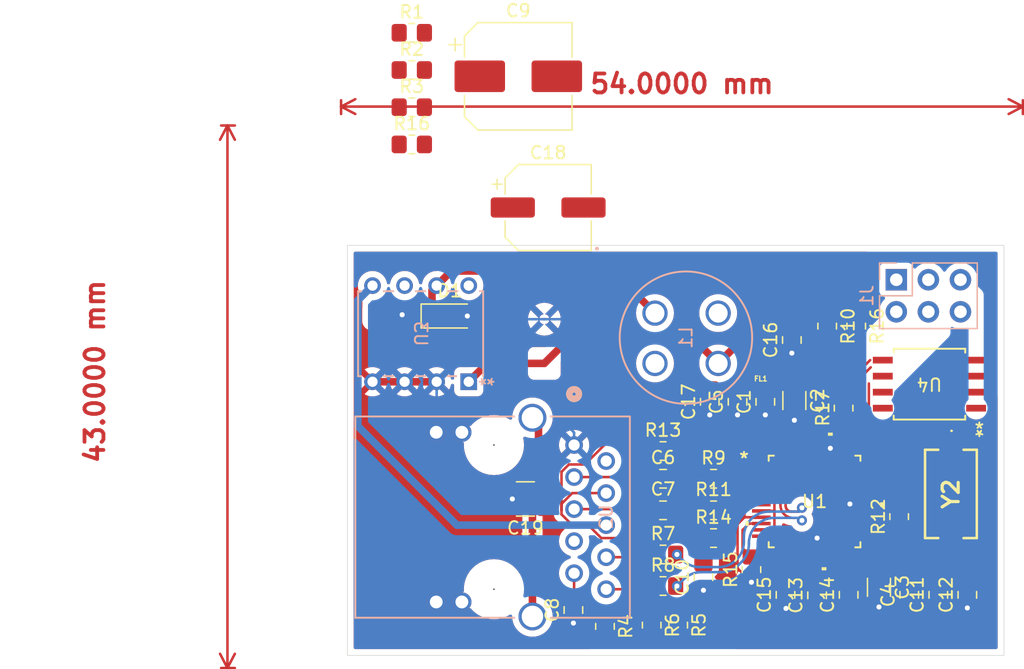
<source format=kicad_pcb>
(kicad_pcb (version 20240108) (generator "pcbnew") (generator_version "8.0")
  (layers (0 "F.Cu" signal) (31 "B.Cu" signal) (34 "B.Paste" user) (35 "F.Paste" user) (36 "B.SilkS" user "B.Silkscreen") (37 "F.SilkS" user "F.Silkscreen") (38 "B.Mask" user) (39 "F.Mask" user) (44 "Edge.Cuts" user))
  (property "PAGESETUP" "Record=PageOptions¦CenterHorizontal=True¦CenterVertical=True¦PrintScale=0.97¦XCorrection=1.00¦YCorrection=1.00¦PrintKind=1¦BorderSize=5000000¦LeftOffset=0¦BottomOffset=0¦Orientation=2¦PaperLength=1000¦PaperWidth=1000¦Scale=100¦PaperSource=7¦PrintQuality=-3¦MediaType=1¦DitherType=10¦PrintScaleMode=1¦PaperKind=A4¦PaperIndex=9")
  (net 0 "")
  (net 1 "3.3V_D")
  (net 2 "/SCSn")
  (net 3 "/INTn")
  (net 4 "/RSTn")
  (net 5 "GND")
  (net 6 "Net-(U1-EXRES1)")
  (net 7 "Net-(U2-RCT)")
  (net 8 "Net-(C7-Pad2)")
  (net 9 "Net-(C6-Pad2)")
  (net 10 "/XO")
  (net 11 "/XI")
  (net 12 "Net-(U1-RXP)")
  (net 13 "Net-(U1-RXN)")
  (net 14 "Net-(U1-TXP)")
  (net 15 "Net-(U2-TD+)")
  (net 16 "Net-(U2-TD-)")
  (net 17 "Net-(U1-TXN)")
  (net 18 "3.3V_A")
  (net 19 "Net-(U2-TCT)")
  (net 20 "Net-(D1-K)")
  (net 23 "Net-(U2-VC2+)")
  (net 25 "Net-(U2-RD+)")
  (net 27 "Net-(U2-RD-)")
  (net 28 "/ACT_LED")
  (net 29 "Net-(U1-1V2O)")
  (net 34 "/LINK_LED")
  (net 35 "Net-(U1-TOCAP)")
  (net 37 "/MOSI")
  (net 38 "/MISO")
  (net 40 "/SCLK")
  (net 43 "Net-(J1-Pin_6)")
  (net 44 "Net-(J1-Pin_2)")
  (net 45 "Net-(J1-Pin_5)")
  (net 46 "Net-(C19-Pad1)")
  (net 49 "Net-(U2-Y_K)")
  (net 50 "Net-(U2-G_K)")
  (footprint "Capacitor_SMD:C_0805_2012Metric_Pad1.18x1.45mm_HandSolder" (layer "F.Cu") (at 144.2 98.7 90)
    (property "Reference" "C15")
    (property "Value" "0.1uF")
  )
  (footprint "Capacitor_SMD:C_0805_2012Metric_Pad1.18x1.45mm_HandSolder" (layer "F.Cu") (at 142.6 83.4 90)
    (property "Reference" "C1")
    (property "Value" "0.1uF")
  )
  (footprint "Resistor_SMD:R_0805_2012Metric_Pad1.20x1.40mm_HandSolder" (layer "F.Cu") (at 135.7 101.1 -90)
    (property "Reference" "R5")
    (property "Value" "49R9")
  )
  (footprint "Resistor_SMD:R_0805_2012Metric_Pad1.20x1.40mm_HandSolder" (layer "F.Cu") (at 138.5 94.2)
    (property "Reference" "R14")
    (property "Value" "49R9")
  )
  (footprint "Capacitor_SMD:C_1206_3216Metric_Pad1.33x1.80mm_HandSolder" (layer "F.Cu") (at 144.9 83.3 -90)
    (property "Reference" "C2")
    (property "Value" "10uF/16V")
  )
  (footprint "Capacitor_SMD:CP_Elec_6.3x5.4" (layer "F.Cu") (at 125.4 68)
    (property "Reference" "C18")
    (property "Value" "22uF")
  )
  (footprint "Diode_SMD:Nexperia_CFP3_SOD-123W" (layer "F.Cu") (at 117.6 76.6)
    (property "Reference" "D1")
    (property "Value" "D_Schottky")
  )
  (footprint "Resistor_SMD:R_0805_2012Metric_Pad1.20x1.40mm_HandSolder" (layer "F.Cu") (at 114.6 60.05)
    (property "Reference" "R3")
    (property "Value" "330")
  )
  (footprint "Resistor_SMD:R_0805_2012Metric_Pad1.20x1.40mm_HandSolder" (layer "F.Cu") (at 138.5 92)
    (property "Reference" "R11")
    (property "Value" "3.3R")
  )
  (footprint "Capacitor_SMD:C_1210_3225Metric_Pad1.33x2.70mm_HandSolder" (layer "F.Cu") (at 123.6 91.1 180)
    (property "Reference" "C19")
    (property "Value" "1nF")
  )
  (footprint "Capacitor_SMD:C_0805_2012Metric_Pad1.18x1.45mm_HandSolder" (layer "F.Cu") (at 158.6 98.7 90)
    (property "Reference" "C12")
    (property "Value" "18pF")
  )
  (footprint "Capacitor_SMD:C_0805_2012Metric_Pad1.18x1.45mm_HandSolder" (layer "F.Cu") (at 127.4 99.9 90)
    (property "Reference" "C8")
    (property "Value" "22nF")
  )
  (footprint "Resistor_SMD:R_0805_2012Metric_Pad1.20x1.40mm_HandSolder" (layer "F.Cu") (at 114.6 54.15)
    (property "Reference" "R1")
    (property "Value" "4.7K")
  )
  (footprint "Resistor_SMD:R_0805_2012Metric_Pad1.20x1.40mm_HandSolder" (layer "F.Cu") (at 153.2 92.5 90)
    (property "Reference" "R12")
    (property "Value" "1M")
  )
  (footprint "Capacitor_SMD:C_0805_2012Metric_Pad1.18x1.45mm_HandSolder" (layer "F.Cu") (at 137.7 97.3 90)
    (property "Reference" "C10")
    (property "Value" "10nF")
  )
  (footprint "Resistor_SMD:R_0805_2012Metric_Pad1.20x1.40mm_HandSolder" (layer "F.Cu") (at 114.6 57.1)
    (property "Reference" "R2")
    (property "Value" "330")
  )
  (footprint "Capacitor_SMD:C_0805_2012Metric_Pad1.18x1.45mm_HandSolder" (layer "F.Cu") (at 144.7 78.5 90)
    (property "Reference" "C16")
    (property "Value" "0.1uF")
  )
  (footprint "Capacitor_SMD:C_0805_2012Metric_Pad1.18x1.45mm_HandSolder" (layer "F.Cu") (at 134.5 92)
    (property "Reference" "C7")
    (property "Value" "6.8nF")
  )
  (footprint "Capacitor_SMD:C_0805_2012Metric_Pad1.18x1.45mm_HandSolder" (layer "F.Cu") (at 134.5 89.5)
    (property "Reference" "C6")
    (property "Value" "6.8nF")
  )
  (footprint "Imported:ABLS7M225000MHZD2YT" (layer "F.Cu") (at 157.3 90.7 -90)
    (property "Reference" "Y2")
    (property "Value" "ABLS7M2-25.000MHZ-D-2Y-T" (hide yes))
  )
  (footprint "Resistor_SMD:R_0805_2012Metric_Pad1.20x1.40mm_HandSolder" (layer "F.Cu") (at 134.5 98)
    (property "Reference" "R8")
    (property "Value" "3.3R")
  )
  (footprint "Imported:48LQFP_W5500_WIZ" (layer "F.Cu") (at 146.5 91.3)
    (property "Reference" "U1")
    (property "Value" "W5500")
  )
  (footprint "Resistor_SMD:R_0805_2012Metric_Pad1.20x1.40mm_HandSolder" (layer "F.Cu") (at 148.8 83.9 90)
    (property "Reference" "R17")
    (property "Value" "4.7K")
  )
  (footprint "Capacitor_SMD:C_0805_2012Metric_Pad1.18x1.45mm_HandSolder" (layer "F.Cu") (at 138.2 83.4 90)
    (property "Reference" "C17")
    (property "Value" "0.1uF")
  )
  (footprint "Capacitor_SMD:C_1206_3216Metric_Pad1.33x1.80mm_HandSolder" (layer "F.Cu") (at 151.6 98.1 -90)
    (property "Reference" "C3")
    (property "Value" "10uF/16V")
  )
  (footprint "Resistor_SMD:R_0805_2012Metric_Pad1.20x1.40mm_HandSolder" (layer "F.Cu") (at 134.5 95.5)
    (property "Reference" "R7")
    (property "Value" "3.3R")
  )
  (footprint "Capacitor_SMD:C_0805_2012Metric_Pad1.18x1.45mm_HandSolder" (layer "F.Cu") (at 154 98.7 90)
    (property "Reference" "C4")
    (property "Value" "0.1uF")
  )
  (footprint "Resistor_SMD:R_0805_2012Metric_Pad1.20x1.40mm_HandSolder" (layer "F.Cu") (at 141.5 96.7 90)
    (property "Reference" "R15")
    (property "Value" "12.4K")
  )
  (footprint "Capacitor_SMD:C_0805_2012Metric_Pad1.18x1.45mm_HandSolder" (layer "F.Cu") (at 140.4 83.4 90)
    (property "Reference" "C5")
    (property "Value" "1uF")
  )
  (footprint "Capacitor_SMD:C_0805_2012Metric_Pad1.18x1.45mm_HandSolder" (layer "F.Cu") (at 146.7 98.7375 90)
    (property "Reference" "C13")
    (property "Value" "4.7uF")
  )
  (footprint "Imported:8S2_ATM" (layer "F.Cu") (at 155.6 82 180)
    (property "Reference" "U4")
    (property "Value" "ATTINY85-20SU")
  )
  (footprint "Resistor_SMD:R_0805_2012Metric_Pad1.20x1.40mm_HandSolder" (layer "F.Cu") (at 138.5 89.5)
    (property "Reference" "R9")
    (property "Value" "3.3R")
  )
  (footprint "Capacitor_SMD:C_0805_2012Metric_Pad1.18x1.45mm_HandSolder" (layer "F.Cu") (at 156.3 98.7 90)
    (property "Reference" "C11")
    (property "Value" "18pF")
  )
  (footprint "Resistor_SMD:R_0805_2012Metric_Pad1.20x1.40mm_HandSolder" (layer "F.Cu") (at 129.9 101.2 -90)
    (property "Reference" "R4")
    (property "Value" "10R")
  )
  (footprint "Imported:BEADC1608X95N" (layer "F.Cu") (at 142 80.5 180)
    (property "Reference" "FL1")
    (property "Value" "BLM18PG121SH1D")
  )
  (footprint "Resistor_SMD:R_0805_2012Metric_Pad1.20x1.40mm_HandSolder" (layer "F.Cu") (at 147.5 77.4 -90)
    (property "Reference" "R10")
    (property "Value" "4.7K")
  )
  (footprint "Resistor_SMD:R_0805_2012Metric_Pad1.20x1.40mm_HandSolder" (layer "F.Cu") (at 133.6 101.1 -90)
    (property "Reference" "R6")
    (property "Value" "49R9")
  )
  (footprint "Capacitor_SMD:C_0805_2012Metric_Pad1.18x1.45mm_HandSolder" (layer "F.Cu") (at 149.2 98.7 90)
    (property "Reference" "C14")
    (property "Value" "10nF")
  )
  (footprint "Capacitor_SMD:CP_Elec_8x6.2" (layer "F.Cu") (at 123.035 57.6)
    (property "Reference" "C9")
    (property "Value" "220uF")
  )
  (footprint "Resistor_SMD:R_0805_2012Metric_Pad1.20x1.40mm_HandSolder" (layer "F.Cu") (at 134.5 87.3)
    (property "Reference" "R13")
    (property "Value" "49R9")
  )
  (footprint "Resistor_SMD:R_0805_2012Metric_Pad1.20x1.40mm_HandSolder" (layer "F.Cu") (at 114.6 63)
    (property "Reference" "R16")
    (property "Value" "4.7K")
  )
  (footprint "Resistor_SMD:R_0805_2012Metric_Pad1.20x1.40mm_HandSolder" (layer "F.Cu") (at 149.8 77.4 -90)
    (property "Reference" "R16")
    (property "Value" "4.7K")
  )
  (footprint "Imported:IND_MURATA_1200LRS_MUR" (layer "B.Cu") (at 139.133101 81.133101 -90)
    (property "Reference" "L1")
    (property "Value" "12LRS334C")
  )
  (footprint "Imported:ARJM11C7-114-BA-EW2_ABR-fixed" (layer "B.Cu") (at 127.455799 86.824251 -90)
    (property "Reference" "U2")
    (property "Value" "ARJM11C7-114-BA-EW2")
  )
  (footprint "Connector_PinHeader_2.54mm:PinHeader_2x03_P2.54mm_Vertical" (layer "B.Cu") (at 152.975 73.725 -90)
    (property "Reference" "J1")
    (property "Value" "Conn_02x03_Odd_Even")
  )
  (footprint "Imported:PDIP-8_MCL" (layer "B.Cu") (at 119.11 81.81 90)
    (property "Reference" "U3")
    (property "Value" "LM2574-3.3YN")
  )
  (gr_rect (start 109.5 71) (end 161.5 103.5) (stroke (width 0.05)) (fill none) (layer "Edge.Cuts"))
  (dimension (type aligned) (layer "F.Cu") (pts (xy 109 59) (xy 163 59)) (height 1) (gr_text "54.0000 mm" (at 136 58.2 0) (layer "F.Cu") (effects (font (size 1.5 1.5) (thickness 0.3)))) (format (prefix "") (suffix "") (units 3) (units_format 1) (precision 4)) (style (thickness 0.2) (arrow_length 1.27) (text_position_mode 0) (extension_height 0.58642) (extension_offset 0.5) keep_text_aligned))
  (dimension (type aligned) (layer "F.Cu") (pts (xy 99 61.5) (xy 99 104.5)) (height -1) (gr_text "43.0000 mm" (at 89.5 81 90) (layer "F.Cu") (effects (font (size 1.5 1.5) (thickness 0.3)))) (format (prefix "") (suffix "") (units 3) (units_format 1) (precision 4)) (style (thickness 0.2) (arrow_length 1.27) (text_position_mode 2) (extension_height 0.58642) (extension_offset 0.5) keep_text_aligned))
  (segment (start 151.6 96.5375) (end 151.753 96.3845) (width 0.2) (layer "F.Cu") (net 1))
  (segment (start 141.762302 77.4625) (end 144.7 77.4625) (width 0.6) (layer "F.Cu") (net 1))
  (segment (start 125.1 80.352651) (end 126.952651 78.5) (width 0.6) (layer "F.Cu") (net 1))
  (segment (start 148.8 82.9) (end 148.8 79.4) (width 0.6) (layer "F.Cu") (net 1))
  (segment (start 146.25 87.0836) (end 146.25 89.43995) (width 0.2) (layer "F.Cu") (net 1))
  (segment (start 137.008 78.5) (end 138.866401 80.358401) (width 0.6) (layer "F.Cu") (net 1))
  (segment (start 146.8625 78.4) (end 149.8 78.4) (width 0.6) (layer "F.Cu") (net 1))
  (segment (start 126.952651 78.5) (end 137.008 78.5) (width 0.6) (layer "F.Cu") (net 1))
  (segment (start 146.25 89.43995) (end 149.36005 92.55) (width 0.2) (layer "F.Cu") (net 1))
  (segment (start 125.1 80.352651) (end 120.567349 80.352651) (width 0.6) (layer "F.Cu") (net 1))
  (segment (start 120.567349 80.352651) (end 119.11 81.81) (width 0.6) (layer "F.Cu") (net 1))
  (segment (start 148.8 79.4) (end 149.8 78.4) (width 0.6) (layer "F.Cu") (net 1))
  (segment (start 144.7 77.4625) (end 142.735 79.4275) (width 0.6) (layer "F.Cu") (net 1))
  (segment (start 151.692701 92.55) (end 150.7164 92.55) (width 0.2) (layer "F.Cu") (net 1))
  (segment (start 145.25 87.0836) (end 146.25 87.0836) (width 0.2) (layer "F.Cu") (net 1))
  (segment (start 151.753 96.3845) (end 151.753 92.610299) (width 0.2) (layer "F.Cu") (net 1))
  (segment (start 151.6 96.5375) (end 152.875 96.5375) (width 0.2) (layer "F.Cu") (net 1))
  (segment (start 146.25 79.0125) (end 146.8625 78.4) (width 0.6) (layer "F.Cu") (net 1))
  (segment (start 151.753 92.610299) (end 151.692701 92.55) (width 0.2) (layer "F.Cu") (net 1))
  (segment (start 144.7 77.4625) (end 146.25 79.0125) (width 0.6) (layer "F.Cu") (net 1))
  (segment (start 146.25 79.0125) (end 146.25 87.0836) (width 0.2) (layer "F.Cu") (net 1))
  (segment (start 138.866401 80.358401) (end 141.762302 77.4625) (width 0.6) (layer "F.Cu") (net 1))
  (segment (start 142.735 79.4275) (end 142.735 80.5) (width 0.6) (layer "F.Cu") (net 1))
  (segment (start 149.36005 92.55) (end 150.7164 92.55) (width 0.2) (layer "F.Cu") (net 1))
  (segment (start 152.875 96.5375) (end 154 97.6625) (width 0.2) (layer "F.Cu") (net 1))
  (segment (start 150.7164 90.549999) (end 151.950001 90.549999) (width 0.2) (layer "F.Cu") (net 2))
  (segment (start 151.950001 90.549999) (end 156.4 86.1) (width 0.2) (layer "F.Cu") (net 2))
  (segment (start 156.4 86.1) (end 156.4 84.6) (width 0.2) (layer "F.Cu") (net 2))
  (segment (start 150.7164 88.55) (end 150.4 88.2336) (width 0.2) (layer "F.Cu") (net 3))
  (segment (start 150.4 81.2152) (end 150.9502 80.665) (width 0.2) (layer "F.Cu") (net 3))
  (segment (start 150.4 88.2336) (end 150.4 81.2152) (width 0.2) (layer "F.Cu") (net 3))
  (segment (start 149.25 85.35) (end 149.25 87.0836) (width 0.2) (layer "F.Cu") (net 4))
  (segment (start 148.8 84.9) (end 149.25 85.35) (width 0.2) (layer "F.Cu") (net 4))
  (segment (start 142.2737 87.0836) (end 143.75 87.0836) (width 0.2) (layer "F.Cu") (net 5))
  (segment (start 145.7 94.2) (end 145.590099 94.2) (width 0.2) (layer "F.Cu") (net 5))
  (segment (start 151.6 99.6625) (end 158.525 99.6625) (width 0.2) (layer "F.Cu") (net 5))
  (segment (start 158.525 99.6625) (end 158.6 99.7375) (width 0.2) (layer "F.Cu") (net 5))
  (segment (start 142.2836 89.550001) (end 141.307302 89.550001) (width 0.2) (layer "F.Cu") (net 5))
  (segment (start 146.7375 99.7375) (end 146.7 99.775) (width 0.2) (layer "F.Cu") (net 5))
  (segment (start 141.1 89.342699) (end 141.1 88.2573) (width 0.2) (layer "F.Cu") (net 5))
  (segment (start 144.2375 99.775) (end 144.35 99.6625) (width 0.2) (layer "F.Cu") (net 5))
  (segment (start 140.4 93.1) (end 140.4 96.6) (width 0.2) (layer "F.Cu") (net 5))
  (segment (start 147.250001 87.0836) (end 148.249999 87.0836) (width 0.6) (layer "F.Cu") (net 5))
  (segment (start 146.7 94.2) (end 146.7 95.4664) (width 0.2) (layer "F.Cu") (net 5))
  (segment (start 146.7 95.4664) (end 146.75 95.5164) (width 0.2) (layer "F.Cu") (net 5))
  (segment (start 144.249999 94.550001) (end 144.249999 95.5164) (width 0.2) (layer "F.Cu") (net 5))
  (segment (start 148.750001 94.540102) (end 148.750001 95.5164) (width 0.2) (layer "F.Cu") (net 5))
  (segment (start 148.409899 94.2) (end 148.750001 94.540102) (width 0.2) (layer "F.Cu") (net 5))
  (segment (start 147.250001 87.0836) (end 146.8897 87.0836) (width 0.6) (layer "F.Cu") (net 5))
  (segment (start 140.4 96.6) (end 141.5 97.7) (width 0.2) (layer "F.Cu") (net 5))
  (segment (start 143.75 87.0836) (end 143.75 86.0125) (width 0.2) (layer "F.Cu") (net 5))
  (segment (start 149.3 91.5) (end 149.850001 92.050001) (width 0.2) (layer "F.Cu") (net 5))
  (segment (start 146.7 94.2) (end 148.409899 94.2) (width 0.2) (layer "F.Cu") (net 5))
  (segment (start 116.57 81.81) (end 111.49 81.81) (width 0.6) (layer "F.Cu") (net 5))
  (segment (start 149.850001 92.050001) (end 150.7164 92.050001) (width 0.2) (layer "F.Cu") (net 5))
  (segment (start 148.249999 87.0836) (end 148.6103 87.0836) (width 0.6) (layer "F.Cu") (net 5))
  (segment (start 145.590099 94.2) (end 145.25 94.540099) (width 0.2) (layer "F.Cu") (net 5))
  (segment (start 144.2375 99.775) (end 144.2 99.7375) (width 0.2) (layer "F.Cu") (net 5))
  (segment (start 141.1 88.2573) (end 142.2737 87.0836) (width 0.2) (layer "F.Cu") (net 5))
  (segment (start 145.7 94.2) (end 144.6 94.2) (width 0.2) (layer "F.Cu") (net 5))
  (segment (start 143.75 86.0125) (end 144.9 84.8625) (width 0.2) (layer "F.Cu") (net 5))
  (segment (start 144.6 94.2) (end 144.249999 94.550001) (width 0.2) (layer "F.Cu") (net 5))
  (segment (start 140.95 92.55) (end 140.4 93.1) (width 0.2) (layer "F.Cu") (net 5))
  (segment (start 146.7 94.2) (end 145.7 94.2) (width 0.2) (layer "F.Cu") (net 5))
  (segment (start 145.25 94.540099) (end 145.25 95.5164) (width 0.2) (layer "F.Cu") (net 5))
  (segment (start 141.307302 89.550001) (end 141.1 89.342699) (width 0.2) (layer "F.Cu") (net 5))
  (segment (start 144.35 99.6625) (end 151.6 99.6625) (width 0.2) (layer "F.Cu") (net 5))
  (segment (start 142.2836 92.55) (end 140.95 92.55) (width 0.2) (layer "F.Cu") (net 5))
  (via (at 127.4 100.9375) (size 0.8) (drill 0.4) (layers "F.Cu" "B.Cu") (net 5))
  (via (at 140.4 84.4375) (size 0.8) (drill 0.4) (layers "F.Cu" "B.Cu") (net 5))
  (via (at 142.6 84.4375) (size 0.8) (drill 0.4) (layers "F.Cu" "B.Cu") (net 5))
  (via (at 138.2 84.4375) (size 0.8) (drill 0.4) (layers "F.Cu" "B.Cu") (net 5))
  (via (at 147.75 87.0836) (size 0.8) (drill 0.4) (layers "F.Cu" "B.Cu") (net 5))
  (via (at 144.2375 99.775) (size 0.8) (drill 0.4) (layers "F.Cu" "B.Cu") (net 5))
  (via (at 119 76.6) (size 0.8) (drill 0.4) (layers "F.Cu" "B.Cu") (net 5))
  (via (at 113.8375 76.5) (size 0.8) (drill 0.4) (layers "F.Cu" "B.Cu") (net 5))
  (via (at 122.5625 91.1) (size 0.8) (drill 0.4) (layers "F.Cu" "B.Cu") (net 5))
  (via (at 137.7 98.3375) (size 0.8) (drill 0.4) (layers "F.Cu" "B.Cu") (net 5))
  (via (at 151.6 99.6625) (size 0.8) (drill 0.4) (layers "F.Cu" "B.Cu") (net 5))
  (via (at 158.6 99.7375) (size 0.8) (drill 0.4) (layers "F.Cu" "B.Cu") (net 5))
  (via (at 146.7 94.2) (size 0.8) (drill 0.4) (layers "F.Cu" "B.Cu") (net 5))
  (via (at 149.3 91.5) (size 0.8) (drill 0.4) (layers "F.Cu" "B.Cu") (net 5))
  (via (at 144.9 84.8625) (size 0.8) (drill 0.4) (layers "F.Cu" "B.Cu") (net 5))
  (via (at 144.7 79.5375) (size 0.8) (drill 0.4) (layers "F.Cu" "B.Cu") (net 5))
  (via (at 141.5 97.7) (size 0.8) (drill 0.4) (layers "F.Cu" "B.Cu") (net 5))
  (segment (start 149.3 91.5) (end 149.3 91.6) (width 0.2) (layer "B.Cu") (net 5))
  (segment (start 116.57 83.97) (end 116.57 81.81) (width 0.2) (layer "B.Cu") (net 5))
  (segment (start 149.3 91.5) (end 147.75 89.95) (width 0.2) (layer "B.Cu") (net 5))
  (segment (start 132.5 82) (end 127.3 76.8) (width 0.2) (layer "B.Cu") (net 5))
  (segment (start 126.8 82.4) (end 121.8 82.4) (width 0.2) (layer "B.Cu") (net 5))
  (segment (start 137.7 98.3375) (end 140.8625 98.3375) (width 0.2) (layer "B.Cu") (net 5))
  (segment (start 134.9375 84.4375) (end 132.5 82) (width 0.2) (layer "B.Cu") (net 5))
  (segment (start 147.6625 84.8625) (end 147.8 85) (width 0.2) (layer "B.Cu") (net 5))
  (segment (start 146.7 97.3125) (end 144.2375 99.775) (width 0.2) (layer "B.Cu") (net 5))
  (segment (start 125.1 76.852651) (end 119.252651 76.852651) (width 0.2) (layer "B.Cu") (net 5))
  (segment (start 144.7 84.6625) (end 144.9 84.8625) (width 0.2) (layer "B.Cu") (net 5))
  (segment (start 149.3 91.6) (end 146.7 94.2) (width 0.2) (layer "B.Cu") (net 5))
  (segment (start 141.5 97.7) (end 143.575 99.775) (width 0.2) (layer "B.Cu") (net 5))
  (segment (start 135.1 100.9375) (end 127.4 100.9375) (width 0.2) (layer "B.Cu") (net 5))
  (segment (start 138.2 84.4375) (end 134.9375 84.4375) (width 0.2) (layer "B.Cu") (net 5))
  (segment (start 140.8625 98.3375) (end 141.5 97.7) (width 0.2) (layer "B.Cu") (net 5))
  (segment (start 146.7 94.2) (end 146.7 97.3125) (width 0.2) (layer "B.Cu") (net 5))
  (segment (start 144.9 84.8625) (end 147.6625 84.8625) (width 0.2) (layer "B.Cu") (net 5))
  (segment (start 144.475 84.4375) (end 144.9 84.8625) (width 0.2) (layer "B.Cu") (net 5))
  (segment (start 127.455799 85.836423) (end 126.8 85.180624) (width 0.2) (layer "B.Cu") (net 5))
  (segment (start 119.4 91.1) (end 115.4 87.1) (width 0.2) (layer "B.Cu") (net 5))
  (segment (start 142.6 84.4375) (end 144.475 84.4375) (width 0.2) (layer "B.Cu") (net 5))
  (segment (start 127.247349 76.852651) (end 125.1 76.852651) (width 0.2) (layer "B.Cu") (net 5))
  (segment (start 127.3 76.8) (end 127.247349 76.852651) (width 0.2) (layer "B.Cu") (net 5))
  (segment (start 116.6 84) (end 116.57 83.97) (width 0.2) (layer "B.Cu") (net 5))
  (segment (start 126.8 85.180624) (end 126.8 82.4) (width 0.2) (layer "B.Cu") (net 5))
  (segment (start 122.5625 91.1) (end 119.4 91.1) (width 0.2) (layer "B.Cu") (net 5))
  (segment (start 127.455799 86.824251) (end 127.455799 85.836423) (width 0.2) (layer "B.Cu") (net 5))
  (segment (start 147.75 85.05) (end 147.75 87.0836) (width 0.2) (layer "B.Cu") (net 5))
  (segment (start 147.75 89.95) (end 147.75 87.0836) (width 0.2) (layer "B.Cu") (net 5))
  (segment (start 144.275 99.7375) (end 158.6 99.7375) (width 0.2) (layer "B.Cu") (net 5))
  (segment (start 121.8 82.4) (end 120.2 84) (width 0.2) (layer "B.Cu") (net 5))
  (segment (start 119.252651 76.852651) (end 119 76.6) (width 0.2) (layer "B.Cu") (net 5))
  (segment (start 138.2 84.4375) (end 140.4 84.4375) (width 0.2) (layer "B.Cu") (net 5))
  (segment (start 143.575 99.775) (end 144.2375 99.775) (width 0.2) (layer "B.Cu") (net 5))
  (segment (start 140.4 84.4375) (end 142.6 84.4375) (width 0.2) (layer "B.Cu") (net 5))
  (segment (start 115.4 87.1) (end 115.4 78.6) (width 0.2) (layer "B.Cu") (net 5))
  (segment (start 147.8 85) (end 147.75 85.05) (width 0.2) (layer "B.Cu") (net 5))
  (segment (start 120.2 84) (end 116.6 84) (width 0.2) (layer "B.Cu") (net 5))
  (segment (start 144.7 79.5375) (end 144.7 84.6625) (width 0.2) (layer "B.Cu") (net 5))
  (segment (start 137.7 98.3375) (end 135.1 100.9375) (width 0.2) (layer "B.Cu") (net 5))
  (segment (start 144.2375 99.775) (end 144.275 99.7375) (width 0.2) (layer "B.Cu") (net 5))
  (segment (start 140.8 93.557301) (end 141.307302 93.049999) (width 0.2) (layer "F.Cu") (net 6))
  (segment (start 140.8 95) (end 140.8 93.557301) (width 0.2) (layer "F.Cu") (net 6))
  (segment (start 141.307302 93.049999) (end 142.2836 93.049999) (width 0.2) (layer "F.Cu") (net 6))
  (segment (start 141.5 95.7) (end 140.8 95) (width 0.2) (layer "F.Cu") (net 6))
  (segment (start 126.457299 92.317844) (end 126.457299 92) (width 0.2) (layer "F.Cu") (net 7))
  (segment (start 129.609455 94.2) (end 128.454299 93.044844) (width 0.2) (layer "F.Cu") (net 7))
  (segment (start 127.313706 90.634251) (end 129.995799 90.634251) (width 0.2) (layer "F.Cu") (net 7))
  (segment (start 128.312206 88.365751) (end 127.042206 88.365751) (width 0.2) (layer "F.Cu") (net 7))
  (segment (start 126.457299 88.950658) (end 126.457299 92) (width 0.2) (layer "F.Cu") (net 7))
  (segment (start 137.7 96.2625) (end 137.7 94.4) (width 0.2) (layer "F.Cu") (net 7))
  (segment (start 130.852206 85.825751) (end 128.312206 88.365751) (width 0.2) (layer "F.Cu") (net 7))
  (segment (start 137.7 94.4) (end 137.5 94.2) (width 0.2) (layer "F.Cu") (net 7))
  (segment (start 132.025751 85.825751) (end 130.852206 85.825751) (width 0.2) (layer "F.Cu") (net 7))
  (segment (start 127.313706 90.634251) (end 126.457299 91.490658) (width 0.2) (layer "F.Cu") (net 7))
  (segment (start 126.457299 91.490658) (end 126.457299 92) (width 0.2) (layer "F.Cu") (net 7))
  (segment (start 127.184299 93.044844) (end 126.457299 92.317844) (width 0.2) (layer "F.Cu") (net 7))
  (segment (start 133.5 87.3) (end 132.025751 85.825751) (width 0.2) (layer "F.Cu") (net 7))
  (segment (start 126.457299 92) (end 126.457299 91.6) (width 0.2) (layer "F.Cu") (net 7))
  (segment (start 137.5 94.2) (end 129.609455 94.2) (width 0.2) (layer "F.Cu") (net 7))
  (segment (start 127.042206 88.365751) (end 126.457299 88.950658) (width 0.2) (layer "F.Cu") (net 7))
  (segment (start 126.457299 91.6) (end 126.457299 91.490658) (width 0.2) (layer "F.Cu") (net 7))
  (segment (start 128.454299 93.044844) (end 127.184299 93.044844) (width 0.2) (layer "F.Cu") (net 7))
  (segment (start 135.5375 92) (end 137.5 92) (width 0.2) (layer "F.Cu") (net 8))
  (segment (start 139.5 94.2) (end 137.5 92.2) (width 0.2) (layer "F.Cu") (net 8))
  (segment (start 137.5 92.2) (end 137.5 92) (width 0.2) (layer "F.Cu") (net 8))
  (segment (start 135.5 89.4625) (end 135.5375 89.5) (width 0.2) (layer "F.Cu") (net 9))
  (segment (start 135.5375 89.5) (end 137.5 89.5) (width 0.2) (layer "F.Cu") (net 9))
  (segment (start 135.5 87.3) (end 135.5 89.4625) (width 0.2) (layer "F.Cu") (net 9))
  (segment (start 152.75 91.05) (end 150.7164 91.05) (width 0.2) (layer "F.Cu") (net 10))
  (segment (start 153.2 91.5) (end 152.75 91.05) (width 0.2) (layer "F.Cu") (net 10))
  (segment (start 153.75 91.5) (end 153.2 91.5) (width 0.2) (layer "F.Cu") (net 10))
  (segment (start 158.6 89.25) (end 158.6 97.6625) (width 0.2) (layer "F.Cu") (net 10))
  (segment (start 157.3 87.95) (end 153.75 91.5) (width 0.2) (layer "F.Cu") (net 10))
  (segment (start 157.3 87.95) (end 158.6 89.25) (width 0.2) (layer "F.Cu") (net 10))
  (segment (start 153.2 93.347) (end 151.753 91.9) (width 0.2) (layer "F.Cu") (net 11))
  (segment (start 157.3 93.45) (end 157.3 96.6625) (width 0.2) (layer "F.Cu") (net 11))
  (segment (start 151.753 91.9) (end 151.753 91.610301) (width 0.2) (layer "F.Cu") (net 11))
  (segment (start 151.753 91.610301) (end 151.692699 91.55) (width 0.2) (layer "F.Cu") (net 11))
  (segment (start 157.3 96.6625) (end 156.3 97.6625) (width 0.2) (layer "F.Cu") (net 11))
  (segment (start 153.2 93.5) (end 157.25 93.5) (width 0.2) (layer "F.Cu") (net 11))
  (segment (start 151.692699 91.55) (end 150.7164 91.55) (width 0.2) (layer "F.Cu") (net 11))
  (segment (start 157.25 93.5) (end 157.3 93.45) (width 0.2) (layer "F.Cu") (net 11))
  (segment (start 153.2 93.5) (end 153.2 93.347) (width 0.2) (layer "F.Cu") (net 11))
  (segment (start 139.5 92) (end 139.864214 91.635786) (width 0.2) (layer "F.Cu") (net 12))
  (segment (start 141.278427 91.05) (end 142.2836 91.05) (width 0.2) (layer "F.Cu") (net 12))
  (arc (start 141.278427 91.05) (mid 140.51306 91.202241) (end 139.864214 91.635786) (width 0.2) (layer "F.Cu") (net 12))
  (segment (start 139.5 89.5) (end 139.964213 89.964213) (width 0.2) (layer "F.Cu") (net 13))
  (segment (start 141.378426 90.549999) (end 142.2836 90.549999) (width 0.2) (layer "F.Cu") (net 13))
  (arc (start 141.378426 90.549999) (mid 140.613059 90.397758) (end 139.964213 89.964213) (width 0.2) (layer "F.Cu") (net 13))
  (segment (start 144.8 92.6) (end 145.299997 92.6) (width 0.2) (layer "F.Cu") (net 14))
  (segment (start 143.3 89.1) (end 143.1 89.1) (width 0.2) (layer "F.Cu") (net 14))
  (segment (start 143.1 89.1) (end 142.333601 89.1) (width 0.2) (layer "F.Cu") (net 14))
  (segment (start 145.299997 92.6) (end 145.5 92.800003) (width 0.2) (layer "F.Cu") (net 14))
  (segment (start 143.8 89.6) (end 143.8 91.6) (width 0.2) (layer "F.Cu") (net 14))
  (via (at 145.5 92.800003) (size 0.8) (drill 0.4) (layers "F.Cu" "B.Cu") (net 14))
  (via (at 135.6 98) (size 0.8) (drill 0.4) (layers "F.Cu" "B.Cu") (net 14))
  (arc (start 143.8 91.6) (mid 144.092893 92.307107) (end 144.8 92.6) (width 0.2) (layer "F.Cu") (net 14))
  (arc (start 143.8 89.6) (mid 143.653553 89.246447) (end 143.3 89.1) (width 0.2) (layer "F.Cu") (net 14))
  (segment (start 143.3 92.6) (end 145.299997 92.6) (width 0.2) (layer "B.Cu") (net 14))
  (segment (start 140.492227 96.314213) (end 140.714214 96.092226) (width 0.2) (layer "B.Cu") (net 14))
  (segment (start 141.3 94.678013) (end 141.3 94.6) (width 0.2) (layer "B.Cu") (net 14))
  (segment (start 137.528427 96.9) (end 139.078013 96.9) (width 0.2) (layer "B.Cu") (net 14))
  (segment (start 136.114214 97.485786) (end 135.6 98) (width 0.2) (layer "B.Cu") (net 14))
  (segment (start 145.299997 92.6) (end 145.5 92.800003) (width 0.2) (layer "B.Cu") (net 14))
  (arc (start 143.3 92.6) (mid 141.885786 93.185786) (end 141.3 94.6) (width 0.2) (layer "B.Cu") (net 14))
  (arc (start 137.528427 96.9) (mid 136.76306 97.052241) (end 136.114214 97.485786) (width 0.2) (layer "B.Cu") (net 14))
  (arc (start 140.714214 96.092226) (mid 141.147759 95.44338) (end 141.3 94.678013) (width 0.2) (layer "B.Cu") (net 14))
  (arc (start 139.078013 96.9) (mid 139.84338 96.747759) (end 140.492227 96.314213) (width 0.2) (layer "B.Cu") (net 14))
  (segment (start 129.995799 98.254251) (end 133.245749 98.254251) (width 0.2) (layer "F.Cu") (net 15))
  (segment (start 133.245749 98.254251) (end 133.5 98) (width 0.2) (layer "F.Cu") (net 15))
  (segment (start 133.6 98.1) (end 133.5 98) (width 0.2) (layer "F.Cu") (net 15))
  (segment (start 133.6 100.1) (end 133.6 98.1) (width 0.2) (layer "F.Cu") (net 15))
  (segment (start 134.6 99) (end 134.6 96.6) (width 0.2) (layer "F.Cu") (net 16))
  (segment (start 129.995799 95.714251) (end 133.285749 95.714251) (width 0.2) (layer "F.Cu") (net 16))
  (segment (start 135.7 100.1) (end 134.6 99) (width 0.2) (layer "F.Cu") (net 16))
  (segment (start 134.6 96.6) (end 133.5 95.5) (width 0.2) (layer "F.Cu") (net 16))
  (segment (start 133.285749 95.714251) (end 133.5 95.5) (width 0.2) (layer "F.Cu") (net 16))
  (segment (start 142.3336 88.6) (end 143.2 88.6) (width 0.2) (layer "F.Cu") (net 17))
  (segment (start 144.2 89.6) (end 144.2 89.7) (width 0.2) (layer "F.Cu") (net 17))
  (segment (start 144.2 89.7) (end 144.206289 89.706289) (width 0.2) (layer "F.Cu") (net 17))
  (segment (start 144.229949 91.772923) (end 144.274637 91.880808) (width 0.2) (layer "F.Cu") (net 17))
  (segment (start 144.306659 91.928733) (end 144.360769 91.982843) (width 0.2) (layer "F.Cu") (net 17))
  (segment (start 142.2836 88.55) (end 142.3336 88.6) (width 0.2) (layer "F.Cu") (net 17))
  (segment (start 145.2 92.1) (end 145.5 91.8) (width 0.2) (layer "F.Cu") (net 17))
  (segment (start 144.643611 92.1) (end 145.2 92.1) (width 0.2) (layer "F.Cu") (net 17))
  (segment (start 144.274637 91.880808) (end 144.306659 91.928733) (width 0.2) (layer "F.Cu") (net 17))
  (segment (start 144.206289 89.706289) (end 144.206289 91.653976) (width 0.2) (layer "F.Cu") (net 17))
  (segment (start 144.206289 91.653976) (end 144.229949 91.772923) (width 0.2) (layer "F.Cu") (net 17))
  (via (at 135.6 95.5) (size 0.8) (drill 0.4) (layers "F.Cu" "B.Cu") (net 17))
  (via (at 145.5 91.8) (size 0.8) (drill 0.4) (layers "F.Cu" "B.Cu") (net 17))
  (arc (start 144.360769 91.982843) (mid 144.490538 92.069552) (end 144.643611 92.1) (width 0.2) (layer "F.Cu") (net 17))
  (arc (start 143.2 88.6) (mid 143.907107 88.892893) (end 144.2 89.6) (width 0.2) (layer "F.Cu") (net 17))
  (segment (start 145.3 92.1) (end 145.3 92) (width 0.2) (layer "B.Cu") (net 17))
  (segment (start 140.9 94.5) (end 140.9 94.1) (width 0.2) (layer "B.Cu") (net 17))
  (segment (start 135.6 95.5) (end 136.014214 95.914214) (width 0.2) (layer "B.Cu") (net 17))
  (segment (start 137.428427 96.5) (end 138.9 96.5) (width 0.2) (layer "B.Cu") (net 17))
  (segment (start 145.3 92) (end 145.5 91.8) (width 0.2) (layer "B.Cu") (net 17))
  (segment (start 142.9 92.1) (end 145.3 92.1) (width 0.2) (layer "B.Cu") (net 17))
  (arc (start 138.9 96.5) (mid 140.314214 95.914214) (end 140.9 94.5) (width 0.2) (layer "B.Cu") (net 17))
  (arc (start 142.9 92.1) (mid 141.485786 92.685786) (end 140.9 94.1) (width 0.2) (layer "B.Cu") (net 17))
  (arc (start 136.014214 95.914214) (mid 136.66306 96.347759) (end 137.428427 96.5) (width 0.2) (layer "B.Cu") (net 17))
  (segment (start 142.2836 93.550001) (end 143.259898 93.550001) (width 0.2) (layer "F.Cu") (net 18))
  (segment (start 142.2836 90.05) (end 140.836851 90.05) (width 0.2) (layer "F.Cu") (net 18))
  (segment (start 143.3103 96.7728) (end 144.2 97.6625) (width 0.2) (layer "F.Cu") (net 18))
  (segment (start 143.3202 90.15) (end 143.3202 91.9897) (width 0.2) (layer "F.Cu") (net 18))
  (segment (start 143.3202 94.4798) (end 143.3103 94.4897) (width 0.2) (layer "F.Cu") (net 18))
  (segment (start 142.2836 90.05) (end 143.2202 90.05) (width 0.2) (layer "F.Cu") (net 18))
  (segment (start 144.750001 97.112499) (end 144.750001 95.5164) (width 0.2) (layer "F.Cu") (net 18))
  (segment (start 139.7625 102.1) (end 144.2 97.6625) (width 0.6) (layer "F.Cu") (net 18))
  (segment (start 147.75 98.247244) (end 147.409744 98.5875) (width 0.2) (layer "F.Cu") (net 18))
  (segment (start 140.4 82.3625) (end 141.6 82.3625) (width 0.6) (layer "F.Cu") (net 18))
  (segment (start 143.259901 92.050001) (end 142.2836 92.050001) (width 0.2) (layer "F.Cu") (net 18))
  (segment (start 143.3202 93.6103) (end 143.3202 94.4798) (width 0.2) (layer "F.Cu") (net 18))
  (segment (start 141.5 84.934744) (end 141.5 82.4625) (width 0.2) (layer "F.Cu") (net 18))
  (segment (start 143.3103 94.4897) (end 143.3103 96.7728) (width 0.2) (layer "F.Cu") (net 18))
  (segment (start 142.6 82.3625) (end 144.275 82.3625) (width 0.6) (layer "F.Cu") (net 18))
  (segment (start 133.6 102.4) (end 133.6 102.1) (width 0.2) (layer "F.Cu") (net 18))
  (segment (start 141.6 82.3625) (end 142.6 82.3625) (width 0.6) (layer "F.Cu") (net 18))
  (segment (start 141.265 81.4975) (end 140.4 82.3625) (width 0.6) (layer "F.Cu") (net 18))
  (segment (start 145.749999 96.837501) (end 144.925 97.6625) (width 0.2) (layer "F.Cu") (net 18))
  (segment (start 129.9 102.2) (end 133.5 102.2) (width 0.6) (layer "F.Cu") (net 18))
  (segment (start 143.259901 93.550001) (end 143.3202 93.6103) (width 0.2) (layer "F.Cu") (net 18))
  (segment (start 140.7 85.734744) (end 141.5 84.934744) (width 0.2) (layer "F.Cu") (net 18))
  (segment (start 144.2 97.6625) (end 144.750001 97.112499) (width 0.2) (layer "F.Cu") (net 18))
  (segment (start 140.7 89.913149) (end 140.7 85.734744) (width 0.2) (layer "F.Cu") (net 18))
  (segment (start 143.259898 93.550001) (end 143.3202 93.489699) (width 0.2) (layer "F.Cu") (net 18))
  (segment (start 141.265 80.5) (end 141.265 81.4975) (width 0.6) (layer "F.Cu") (net 18))
  (segment (start 143.3202 93.489699) (end 143.3202 92.1103) (width 0.2) (layer "F.Cu") (net 18))
  (segment (start 144.925 97.6625) (end 144.2 97.6625) (width 0.2) (layer "F.Cu") (net 18))
  (segment (start 143.3202 92.1103) (end 143.259901 92.050001) (width 0.2) (layer "F.Cu") (net 18))
  (segment (start 138.2 82.3625) (end 140.4 82.3625) (width 0.6) (layer "F.Cu") (net 18))
  (segment (start 140.836851 90.05) (end 140.7 89.913149) (width 0.2) (layer "F.Cu") (net 18))
  (segment (start 133.6 102.1) (end 135.7 102.1) (width 0.6) (layer "F.Cu") (net 18))
  (segment (start 145.749999 95.5164) (end 145.749999 96.837501) (width 0.2) (layer "F.Cu") (net 18))
  (segment (start 147.75 95.5164) (end 147.75 98.247244) (width 0.2) (layer "F.Cu") (net 18))
  (segment (start 143.259899 92.050001) (end 142.2836 92.050001) (width 0.2) (layer "F.Cu") (net 18))
  (segment (start 144.275 82.3625) (end 144.9 81.7375) (width 0.2) (layer "F.Cu") (net 18))
  (segment (start 147.409744 98.5875) (end 145.125 98.5875) (width 0.2) (layer "F.Cu") (net 18))
  (segment (start 142.2836 93.550001) (end 143.259901 93.550001) (width 0.2) (layer "F.Cu") (net 18))
  (segment (start 141.5 82.4625) (end 141.6 82.3625) (width 0.2) (layer "F.Cu") (net 18))
  (segment (start 143.2202 90.05) (end 143.3202 90.15) (width 0.2) (layer "F.Cu") (net 18))
  (segment (start 143.3202 91.9897) (end 143.259899 92.050001) (width 0.2) (layer "F.Cu") (net 18))
  (segment (start 133.5 102.2) (end 133.6 102.1) (width 0.2) (layer "F.Cu") (net 18))
  (segment (start 135.7 102.1) (end 139.7625 102.1) (width 0.6) (layer "F.Cu") (net 18))
  (segment (start 145.125 98.5875) (end 144.2 97.6625) (width 0.2) (layer "F.Cu") (net 18))
  (segment (start 127.455799 98.806701) (end 127.4 98.8625) (width 0.2) (layer "F.Cu") (net 19))
  (segment (start 127.4 98.8625) (end 128.5625 98.8625) (width 0.2) (layer "F.Cu") (net 19))
  (segment (start 128.5625 98.8625) (end 129.9 100.2) (width 0.2) (layer "F.Cu") (net 19))
  (segment (start 127.455799 96.984251) (end 127.455799 98.806701) (width 0.2) (layer "F.Cu") (net 19))
  (segment (start 116.2 74.56) (end 116.57 74.19) (width 0.2) (layer "F.Cu") (net 20))
  (segment (start 116.2 76.6) (end 116.2 74.56) (width 0.6) (layer "F.Cu") (net 20))
  (segment (start 130.5216 73.0296) (end 133.862601 76.370601) (width 0.6) (layer "F.Cu") (net 20))
  (segment (start 116.57 74.19) (end 117.7304 73.0296) (width 0.6) (layer "F.Cu") (net 20))
  (segment (start 117.7304 73.0296) (end 130.5216 73.0296) (width 0.6) (layer "F.Cu") (net 20))
  (segment (start 129.995799 93.174251) (end 118.174251 93.174251) (width 0.6) (layer "B.Cu") (net 23))
  (segment (start 118.174251 93.174251) (end 110.3296 85.3296) (width 0.6) (layer "B.Cu") (net 23))
  (segment (start 110.3296 85.3296) (end 110.3296 75.3504) (width 0.6) (layer "B.Cu") (net 23))
  (segment (start 110.3296 75.3504) (end 111.49 74.19) (width 0.6) (layer "B.Cu") (net 23))
  (segment (start 133.366751 91.904251) (end 133.4625 92) (width 0.2) (layer "F.Cu") (net 25))
  (segment (start 127.455799 91.904251) (end 133.366751 91.904251) (width 0.2) (layer "F.Cu") (net 25))
  (segment (start 133.326751 89.364251) (end 133.4625 89.5) (width 0.2) (layer "F.Cu") (net 27))
  (segment (start 127.455799 89.364251) (end 133.326751 89.364251) (width 0.2) (layer "F.Cu") (net 27))
  (segment (start 149.2 97.6625) (end 148.249999 96.712499) (width 0.2) (layer "F.Cu") (net 29))
  (segment (start 148.249999 96.712499) (end 148.249999 95.5164) (width 0.2) (layer "F.Cu") (net 29))
  (segment (start 146.7 97.7) (end 147.250001 97.149999) (width 0.2) (layer "F.Cu") (net 35))
  (segment (start 147.250001 97.149999) (end 147.250001 95.5164) (width 0.2) (layer "F.Cu") (net 35))
  (segment (start 149.6798 87.9202) (end 150 87.6) (width 0.2) (layer "F.Cu") (net 37))
  (segment (start 160.165 82.635) (end 160.7831 82.0169) (width 0.2) (layer "F.Cu") (net 37))
  (segment (start 160.7831 82.0169) (end 160.7831 71.9831) (width 0.2) (layer "F.Cu") (net 37))
  (segment (start 150.7164 89.049999) (end 149.740099 89.049999) (width 0.2) (layer "F.Cu") (net 37))
  (segment (start 150 87.6) (end 150 81) (width 0.2) (layer "F.Cu") (net 37))
  (segment (start 150.776702 89.110301) (end 150.9 89.110301) (width 0.2) (layer "F.Cu") (net 37))
  (segment (start 149.740099 89.049999) (end 149.6798 88.9897) (width 0.2) (layer "F.Cu") (net 37))
  (segment (start 150 81) (end 150.905 80.095) (width 0.2) (layer "F.Cu") (net 37))
  (segment (start 149.6798 88.9897) (end 149.6798 87.9202) (width 0.2) (layer "F.Cu") (net 37))
  (segment (start 150.7164 89.049999) (end 150.776702 89.110301) (width 0.2) (layer "F.Cu") (net 37))
  (segment (start 151.753 89.547) (end 151.749999 89.550001) (width 0.2) (layer "F.Cu") (net 38))
  (segment (start 150.8 81.9486) (end 150.8 86.8) (width 0.2) (layer "F.Cu") (net 38))
  (segment (start 151.753 87.753) (end 151.753 89.547) (width 0.2) (layer "F.Cu") (net 38))
  (segment (start 150.8 86.8) (end 151.753 87.753) (width 0.2) (layer "F.Cu") (net 38))
  (segment (start 151.749999 89.550001) (end 150.7164 89.550001) (width 0.2) (layer "F.Cu") (net 38))
  (segment (start 151.815686 90.05) (end 152.9917 88.873986) (width 0.2) (layer "F.Cu") (net 40))
  (segment (start 152.9917 88.873986) (end 152.9917 83.3383) (width 0.2) (layer "F.Cu") (net 40))
  (segment (start 150.7164 90.05) (end 151.815686 90.05) (width 0.2) (layer "F.Cu") (net 40))
  (segment (start 124.6375 85.145922) (end 124.155831 84.664253) (width 0.2) (layer "F.Cu") (net 46))
  (segment (start 124.2625 100.520918) (end 124.155831 100.414249) (width 0.2) (layer "F.Cu") (net 46))
  (segment (start 124.155831 91.581669) (end 124.6375 91.1) (width 0.2) (layer "F.Cu") (net 46))
  (segment (start 124.6375 91.1) (end 124.6375 85.145922) (width 0.6) (layer "F.Cu") (net 46))
  (segment (start 124.6 99.97008) (end 124.155831 100.414249) (width 0.2) (layer "F.Cu") (net 46))
  (segment (start 124.155831 100.414249) (end 124.155831 91.581669) (width 0.6) (layer "F.Cu") (net 46))
  (segment (start 124.7 85.208422) (end 124.155831 84.664253) (width 0.2) (layer "F.Cu") (net 46))
  (zone (net 5) (net_name "GND") (layers "F.Cu" "B.Cu") (connect_pads (clearance 0.5)) (min_thickness 0.25) (fill yes (thermal_gap 0.5) (thermal_bridge_width 0.5))
    (polygon (pts (xy 109.5 71) (xy 161.5 71) (xy 161.5 103.5) (xy 109.5 103.5)))
  )
)
</source>
